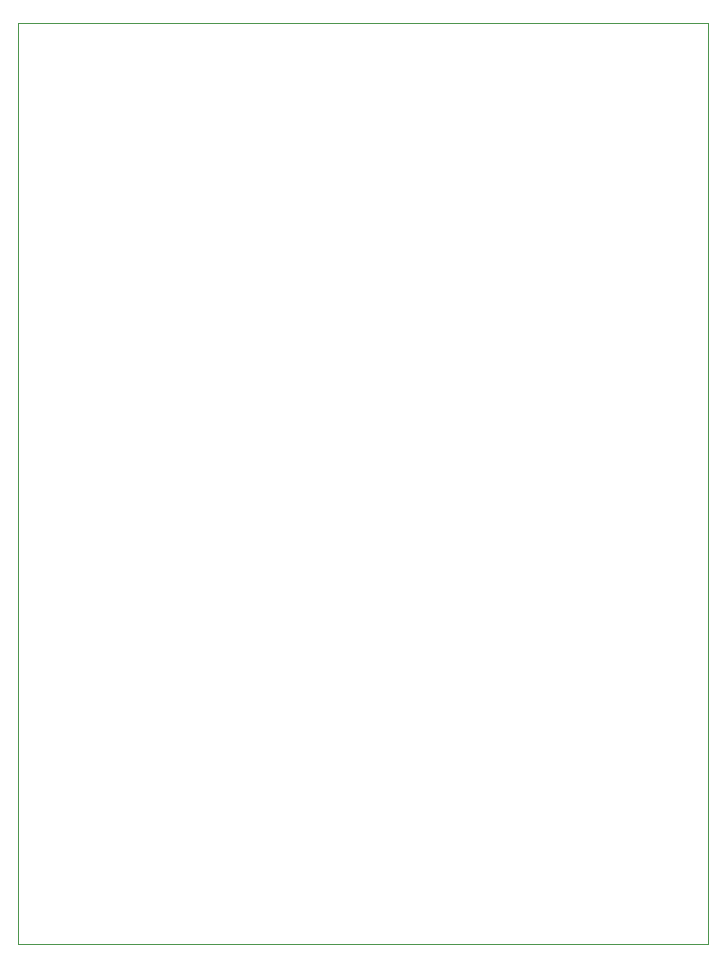
<source format=gbr>
%TF.GenerationSoftware,KiCad,Pcbnew,5.1.6-c6e7f7d~86~ubuntu18.04.1*%
%TF.CreationDate,2020-07-15T12:18:57+12:00*%
%TF.ProjectId,Volume Controller,566f6c75-6d65-4204-936f-6e74726f6c6c,rev?*%
%TF.SameCoordinates,Original*%
%TF.FileFunction,Profile,NP*%
%FSLAX46Y46*%
G04 Gerber Fmt 4.6, Leading zero omitted, Abs format (unit mm)*
G04 Created by KiCad (PCBNEW 5.1.6-c6e7f7d~86~ubuntu18.04.1) date 2020-07-15 12:18:57*
%MOMM*%
%LPD*%
G01*
G04 APERTURE LIST*
%TA.AperFunction,Profile*%
%ADD10C,0.050000*%
%TD*%
G04 APERTURE END LIST*
D10*
X190055500Y-44577000D02*
X190055500Y-122491500D01*
X131572000Y-44640500D02*
X131572000Y-44577000D01*
X148399500Y-44577000D02*
X131572000Y-44577000D01*
X148399500Y-122491500D02*
X131572000Y-122491500D01*
X131572000Y-122491500D02*
X131572000Y-44640500D01*
X190055500Y-122491500D02*
X148399500Y-122491500D01*
X148399500Y-44577000D02*
X190055500Y-44577000D01*
M02*

</source>
